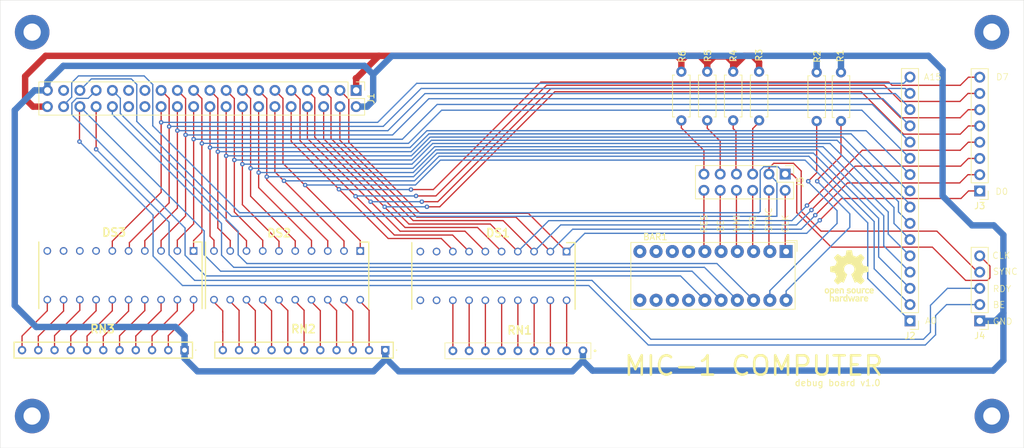
<source format=kicad_pcb>
(kicad_pcb (version 20240108) (generator "pcbnew") (generator_version "8.0")
  (layers (0 "F.Cu" signal) (31 "B.Cu" signal) (34 "B.Paste" user) (35 "F.Paste" user) (36 "B.SilkS" user "B.Silkscreen") (37 "F.SilkS" user "F.Silkscreen") (38 "B.Mask" user) (39 "F.Mask" user) (44 "Edge.Cuts" user))
  (net 0 "")
  (net 9 "/A14")
  (net 10 "/D0")
  (net 11 "/D5")
  (net 12 "CSIO5")
  (net 13 "CSIO3")
  (net 14 "/A0")
  (net 15 "VDD")
  (net 16 "RDY")
  (net 17 "/A3")
  (net 18 "/D7")
  (net 19 "BE")
  (net 20 "/A1")
  (net 21 "CSIO4")
  (net 22 "~{IRQ}")
  (net 23 "/D4")
  (net 24 "/A10")
  (net 25 "/A8")
  (net 26 "/A15")
  (net 27 "CSIO2")
  (net 28 "SYNC")
  (net 29 "/A6")
  (net 30 "/D3")
  (net 31 "/D1")
  (net 32 "CSIO1")
  (net 33 "/A11")
  (net 34 "/A2")
  (net 35 "/D6")
  (net 36 "~{NMI}")
  (net 37 "/A4")
  (net 38 "RESB")
  (net 39 "/A12")
  (net 40 "CLK")
  (net 41 "GND")
  (net 42 "/D2")
  (net 43 "/A7")
  (net 44 "/A5")
  (net 45 "/A13")
  (net 46 "/A9")
  (net 47 "Net-(DS1-CATHODE_A)")
  (net 48 "Net-(DS1-CATHODE_F)")
  (net 49 "Net-(DS1-CATHODE_E)")
  (net 50 "Net-(DS1-CATHODE_B)")
  (net 51 "Net-(DS1-CATHODE_C)")
  (net 52 "Net-(DS1-CATHODE_H)")
  (net 53 "Net-(DS1-CATHODE_G)")
  (net 54 "Net-(DS1-CATHODE_D)")
  (net 55 "Net-(DS2-CATHODE_A)")
  (net 56 "Net-(DS2-CATHODE_D)")
  (net 57 "Net-(DS2-CATHODE_J)")
  (net 58 "Net-(DS2-CATHODE_C)")
  (net 59 "Net-(DS2-CATHODE_G)")
  (net 60 "Net-(DS2-CATHODE_K)")
  (net 61 "Net-(DS2-CATHODE_B)")
  (net 62 "Net-(DS2-CATHODE_H)")
  (net 63 "Net-(DS2-CATHODE_F)")
  (net 64 "Net-(DS2-CATHODE_E)")
  (net 65 "Net-(DS3-CATHODE_E)")
  (net 66 "Net-(DS3-CATHODE_K)")
  (net 67 "Net-(DS3-CATHODE_G)")
  (net 68 "Net-(DS3-CATHODE_B)")
  (net 69 "Net-(DS3-CATHODE_J)")
  (net 70 "Net-(DS3-CATHODE_C)")
  (net 71 "Net-(DS3-CATHODE_H)")
  (net 72 "Net-(DS3-CATHODE_D)")
  (net 73 "Net-(DS3-CATHODE_A)")
  (net 74 "Net-(DS3-CATHODE_F)")
  (net 83 "Net-(J5-Pin_12)")
  (net 84 "Net-(J5-Pin_4)")
  (net 85 "Net-(J5-Pin_10)")
  (net 86 "Net-(J5-Pin_6)")
  (net 87 "Net-(BAR1-K-Pad20)")
  (net 88 "Net-(J5-Pin_8)")
  (net 89 "Net-(J5-Pin_2)")
  (net 90 "Net-(BAR1-K-Pad19)")
  (net 91 "Net-(J5-Pin_5)")
  (net 92 "Net-(J5-Pin_7)")
  (net 93 "Net-(J5-Pin_9)")
  (net 94 "Net-(J5-Pin_11)")
  (footprint "SamacSys_Parts:4611X101221LF" (layer "F.Cu") (at 67.72 90.7 180)
    (property "Reference" "RN3")
    (property "Value" "330" (hide yes))
  )
  (footprint "Connector_PinHeader_2.54mm:PinHeader_2x20_P2.54mm_Vertical" (layer "F.Cu") (at 94.54 50.1 -90)
    (property "Reference" "J1")
    (property "Value" "MBUS_8/16")
  )
  (footprint "Resistor_THT:R_Axial_DIN0207_L6.3mm_D2.5mm_P7.62mm_Horizontal" (layer "F.Cu") (at 149.4175 47.1725 -90)
    (property "Reference" "R5")
    (property "Value" "330")
  )
  (footprint "Connector_PinHeader_2.54mm:PinHeader_1x05_P2.54mm_Vertical" (layer "F.Cu") (at 192 86.12 180)
    (property "Reference" "J4")
    (property "Value" "Conn_01x05_Pin")
  )
  (footprint "Connector_PinHeader_2.54mm:PinHeader_1x16_P2.54mm_Vertical" (layer "F.Cu") (at 181.1 86.12 180)
    (property "Reference" "J2")
    (property "Value" "Conn_01x16_Pin")
  )
  (footprint "SamacSys_Parts:DIPS762W50P254L2527H825Q20N" (layer "F.Cu") (at 95.18 75.2 -90)
    (property "Reference" "DS2")
    (property "Value" "LTA-1000Y" (hide yes))
  )
  (footprint "Display:HDSP-4836" (layer "F.Cu") (at 161.74 75.28 -90)
    (property "Reference" "BAR1")
    (property "Value" "HDSP-4836_2")
  )
  (footprint "Resistor_THT:R_Axial_DIN0207_L6.3mm_D2.5mm_P7.62mm_Horizontal" (layer "F.Cu") (at 170.3175 54.8925 90)
    (property "Reference" "R1")
    (property "Value" "330")
  )
  (footprint "Resistor_THT:R_Axial_DIN0207_L6.3mm_D2.5mm_P7.62mm_Horizontal" (layer "F.Cu") (at 157.5175 47.1725 -90)
    (property "Reference" "R3")
    (property "Value" "330")
  )
  (footprint "Connector_PinHeader_2.54mm:PinHeader_1x08_P2.54mm_Vertical" (layer "F.Cu") (at 192 65.82 180)
    (property "Reference" "J3")
    (property "Value" "Conn_01x08_Pin")
  )
  (footprint "Resistor_THT:R_Axial_DIN0207_L6.3mm_D2.5mm_P7.62mm_Horizontal" (layer "F.Cu") (at 153.4675 47.1725 -90)
    (property "Reference" "R4")
    (property "Value" "330")
  )
  (footprint "SamacSys_Parts:4609X101102LF" (layer "F.Cu") (at 129.98 90.8 180)
    (property "Reference" "RN1")
    (property "Value" "330" (hide yes))
  )
  (footprint "SamacSys_Parts:4611X101221LF" (layer "F.Cu") (at 99.1 90.7 180)
    (property "Reference" "RN2")
    (property "Value" "330" (hide yes))
  )
  (footprint "MountingHole:MountingHole_2.7mm_M2.5_Pad_TopBottom" (layer "F.Cu") (at 193.9 41)
    (property "Reference" "hole1" (hide yes))
    (property "Value" "MountingHole_2.7mm_M2.5_Pad_TopBottom" (hide yes))
  )
  (footprint "Connector_PinHeader_2.54mm:PinHeader_2x06_P2.54mm_Vertical" (layer "F.Cu") (at 161.5975 63.1825 -90)
    (property "Reference" "J5")
    (property "Value" "Conn_02x06_Odd_Even")
  )
  (footprint "MountingHole:MountingHole_2.7mm_M2.5_Pad_TopBottom" (layer "F.Cu") (at 193.9 101)
    (property "Reference" "hole1" (hide yes))
    (property "Value" "MountingHole_2.7mm_M2.5_Pad_TopBottom" (hide yes))
  )
  (footprint "MountingHole:MountingHole_2.7mm_M2.5_Pad_TopBottom" (layer "F.Cu") (at 43.9 41)
    (property "Reference" "hole1" (hide yes))
    (property "Value" "MountingHole_2.7mm_M2.5_Pad_TopBottom" (hide yes))
  )
  (footprint "SamacSys_Parts:DIPS762W50P254L2527H825Q20N" (layer "F.Cu") (at 69.13 75.19 -90)
    (property "Reference" "DS3")
    (property "Value" "LTA-1000Y" (hide yes))
  )
  (footprint "Symbol:OSHW-Logo_7.5x8mm_SilkScreen" (layer "F.Cu") (at 171.6 79.1)
    (property "Reference" "REF**" (hide yes))
    (property "Value" "OSHW-Logo_7.5x8mm_SilkScreen" (hide yes))
  )
  (footprint "MountingHole:MountingHole_2.7mm_M2.5_Pad_TopBottom" (layer "F.Cu") (at 43.9 101)
    (property "Reference" "hole1" (hide yes))
    (property "Value" "MountingHole_2.7mm_M2.5_Pad_TopBottom" (hide yes))
  )
  (footprint "SamacSys_Parts:DIPS762W50P254L2527H825Q20N" (layer "F.Cu") (at 127.43 75.29 -90)
    (property "Reference" "DS1")
    (property "Value" "LTA-1000HR" (hide yes))
  )
  (footprint "Resistor_THT:R_Axial_DIN0207_L6.3mm_D2.5mm_P7.62mm_Horizontal" (layer "F.Cu") (at 166.5175 54.8925 90)
    (property "Reference" "R2")
    (property "Value" "330")
  )
  (footprint "Resistor_THT:R_Axial_DIN0207_L6.3mm_D2.5mm_P7.62mm_Horizontal" (layer "F.Cu") (at 145.3675 47.1725 -90)
    (property "Reference" "R6")
    (property "Value" "330")
  )
  (gr_rect (start 38.9 36) (end 198.9 106) (stroke (width 0.05)) (fill none) (layer "Edge.Cuts"))
  (gr_text "CLK" (at 193.9 76.5 0) (layer "F.SilkS") (effects (font (size 1 1) (thickness 0.1)) (justify left bottom)))
  (gr_text "IRQ" (at 157.1 72.3 90) (layer "F.SilkS") (effects (font (size 1 1) (thickness 0.1)) (justify left bottom)))
  (gr_text "SYNC" (at 159.6 72.3 90) (layer "F.SilkS") (effects (font (size 1 1) (thickness 0.1)) (justify left bottom)))
  (gr_text "D7\n" (at 194.5 48.6 0) (layer "F.SilkS") (effects (font (size 1 1) (thickness 0.1)) (justify left bottom)))
  (gr_text "RES" (at 149.5 72.4 90) (layer "F.SilkS") (effects (font (size 1 1) (thickness 0.1)) (justify left bottom)))
  (gr_text "A15" (at 183.2 48.6 0) (layer "F.SilkS") (effects (font (size 1 1) (thickness 0.1)) (justify left bottom)))
  (gr_text "CLK" (at 162.2 72.4 90) (layer "F.SilkS") (effects (font (size 1 1) (thickness 0.1)) (justify left bottom)))
  (gr_text "D0" (at 194.4 66.5 0) (layer "F.SilkS") (effects (font (size 1 1) (thickness 0.1)) (justify left bottom)))
  (gr_text "BE" (at 194 84.2 0) (layer "F.SilkS") (effects (font (size 1 1) (thickness 0.1)) (justify left bottom)))
  (gr_text "A0" (at 183.4 86.7 0) (layer "F.SilkS") (effects (font (size 1 1) (thickness 0.1)) (justify left bottom)))
  (gr_text "SYNC" (at 194 79 0) (layer "F.SilkS") (effects (font (size 1 1) (thickness 0.1)) (justify left bottom)))
  (gr_text "GND" (at 194 86.8 0) (layer "F.SilkS") (effects (font (size 1 1) (thickness 0.1)) (justify left bottom)))
  (gr_text "MIC-1 COMPUTER" (at 136.2 94.9 0) (layer "F.SilkS") (effects (font (size 3 3) (thickness 0.4)) (justify left bottom)))
  (gr_text "RDY" (at 194 81.7 0) (layer "F.SilkS") (effects (font (size 1 1) (thickness 0.1)) (justify left bottom)))
  (gr_text "debug board v1.0" (at 163 96.4 0) (layer "F.SilkS") (effects (font (size 1 1)) (justify left bottom)))
  (gr_text "BE" (at 152.1 72.3 90) (layer "F.SilkS") (effects (font (size 1 1) (thickness 0.1)) (justify left bottom)))
  (gr_text "NMI" (at 154.6 72.3 90) (layer "F.SilkS") (effects (font (size 1 1) (thickness 0.1)) (justify left bottom)))
  (segment (start 65.31 67.69) (end 59.1 73.9) (width 0.2) (layer "F.Cu") (net 9))
  (segment (start 65.31 55.75) (end 65.31 67.69) (width 0.2) (layer "F.Cu") (net 9))
  (segment (start 65.31 55.75) (end 65.31 51.35) (width 0.2) (layer "F.Cu") (net 9))
  (segment (start 59.1 75.06) (end 58.97 75.19) (width 0.2) (layer "F.Cu") (net 9))
  (segment (start 65.31 51.35) (end 64.06 50.1) (width 0.2) (layer "F.Cu") (net 9))
  (segment (start 59.1 73.9) (end 59.1 75.06) (width 0.2) (layer "F.Cu") (net 9))
  (via (at 65.31 55.75) (size 0.7) (drill 0.3) (layers "F.Cu" "B.Cu") (net 9))
  (segment (start 65.33 55.73) (end 98.77 55.73) (width 0.2) (layer "B.Cu") (net 9))
  (segment (start 65.31 55.75) (end 65.33 55.73) (width 0.2) (layer "B.Cu") (net 9))
  (segment (start 180.34 49.8) (end 181.1 50.56) (width 0.2) (layer "B.Cu") (net 9))
  (segment (start 104.7 49.8) (end 180.34 49.8) (width 0.2) (layer "B.Cu") (net 9))
  (segment (start 98.77 55.73) (end 104.7 49.8) (width 0.2) (layer "B.Cu") (net 9))
  (segment (start 93.39 58.19) (end 104.52 69.32) (width 0.2) (layer "F.Cu") (net 10))
  (segment (start 92 50.1) (end 93.39 51.49) (width 0.2) (layer "F.Cu") (net 10))
  (segment (start 121.46 69.32) (end 127.43 75.29) (width 0.2) (layer "F.Cu") (net 10))
  (segment (start 170.4 67) (end 167 70.4) (width 0.2) (layer "F.Cu") (net 10))
  (segment (start 192 65.82) (end 190.25 65.82) (width 0.2) (layer "F.Cu") (net 10))
  (segment (start 190.25 65.82) (end 189.07 67) (width 0.2) (layer "F.Cu") (net 10))
  (segment (start 93.39 51.49) (end 93.39 58.19) (width 0.2) (layer "F.Cu") (net 10))
  (segment (start 104.52 69.32) (end 121.46 69.32) (width 0.2) (layer "F.Cu") (net 10))
  (segment (start 189.07 67) (end 170.4 67) (width 0.2) (layer "F.Cu") (net 10))
  (via (at 167 70.4) (size 0.7) (drill 0.3) (layers "F.Cu" "B.Cu") (net 10))
  (segment (start 130.28 72.44) (end 127.43 75.29) (width 0.2) (layer "B.Cu") (net 10))
  (segment (start 167 70.4) (end 164.96 72.44) (width 0.2) (layer "B.Cu") (net 10))
  (segment (start 164.96 72.44) (end 130.28 72.44) (width 0.2) (layer "B.Cu") (net 10))
  (segment (start 111.55 72.11) (end 114.73 75.29) (width 0.2) (layer "F.Cu") (net 11))
  (segment (start 107.3 67.5) (end 124.98 49.82) (width 0.2) (layer "F.Cu") (net 11))
  (segment (start 175.05 49.82) (end 179.61 54.38) (width 0.2) (layer "F.Cu") (net 11))
  (segment (start 104.8 67.5) (end 107.3 67.5) (width 0.2) (layer "F.Cu") (net 11))
  (segment (start 190.21 53.12) (end 192 53.12) (width 0.2) (layer "F.Cu") (net 11))
  (segment (start 96.8 67.5) (end 101.41 72.11) (width 0.2) (layer "F.Cu") (net 11))
  (segment (start 179.61 54.38) (end 188.95 54.38) (width 0.2) (layer "F.Cu") (net 11))
  (segment (start 86.92 57.62) (end 86.92 52.64) (width 0.2) (layer "F.Cu") (net 11))
  (segment (start 124.98 49.82) (end 175.05 49.82) (width 0.2) (layer "F.Cu") (net 11))
  (segment (start 188.95 54.38) (end 190.21 53.12) (width 0.2) (layer "F.Cu") (net 11))
  (segment (start 101.41 72.11) (end 111.55 72.11) (width 0.2) (layer "F.Cu") (net 11))
  (segment (start 96.8 67.5) (end 86.92 57.62) (width 0.2) (layer "F.Cu") (net 11))
  (via (at 96.8 67.5) (size 0.7) (drill 0.3) (layers "F.Cu" "B.Cu") (net 11))
  (via (at 104.8 67.5) (size 0.7) (drill 0.3) (layers "F.Cu" "B.Cu") (net 11))
  (segment (start 96.8 67.5) (end 104.8 67.5) (width 0.2) (layer "B.Cu") (net 11))
  (segment (start 83.1 61.5) (end 83.1 51.36) (width 0.2) (layer "F.Cu") (net 14))
  (segment (start 95.18 73.58) (end 95.18 75.2) (width 0.2) (layer "F.Cu") (net 14))
  (segment (start 86.57 64.89) (end 86.49 64.89) (width 0.2) (layer "F.Cu") (net 14))
  (segment (start 86.49 64.89) (end 83.1 61.5) (width 0.2) (layer "F.Cu") (net 14))
  (segment (start 83.1 51.36) (end 81.84 50.1) (width 0.2) (layer "F.Cu") (net 14))
  (segment (start 86.57 64.89) (end 86.57 64.97) (width 0.2) (layer "F.Cu") (net 14))
  (segment (start 86.57 64.97) (end 95.18 73.58) (width 0.2) (layer "F.Cu") (net 14))
  (via (at 86.57 64.89) (size 0.7) (drill 0.3) (layers "F.Cu" "B.Cu") (net 14))
  (segment (start 86.57 64.89) (end 103.81 64.89) (width 0.2) (layer "B.Cu") (net 14))
  (segment (start 174.5 79.52) (end 181.1 86.12) (width 0.2) (layer "B.Cu") (net 14))
  (segment (start 174.5 70.8) (end 174.5 79.52) (width 0.2) (layer "B.Cu") (net 14))
  (segment (start 103.81 64.89) (end 107.7 61) (width 0.2) (layer "B.Cu") (net 14))
  (segment (start 107.7 61) (end 164.7 61) (width 0.2) (layer "B.Cu") (net 14))
  (segment (start 164.7 61) (end 174.5 70.8) (width 0.2) (layer "B.Cu") (net 14))
  (segment (start 148.235 44.7) (end 149.4175 45.8825) (width 1) (layer "F.Cu") (net 15))
  (segment (start 145.4 45.4) (end 145.3675 45.4325) (width 1) (layer "F.Cu") (net 15))
  (segment (start 153.4675 46.4325) (end 153.4675 47.1725) (width 1) (layer "F.Cu") (net 15))
  (segment (start 46.28 52.64) (end 44.04 52.64) (width 1) (layer "F.Cu") (net 15))
  (segment (start 44.04 52.64) (end 42.8 51.4) (width 1) (layer "F.Cu") (net 15))
  (segment (start 149.4175 47.1725) (end 149.4175 45.8825) (width 1) (layer "F.Cu") (net 15))
  (segment (start 155.2 44.7) (end 153.4675 46.4325) (width 1) (layer "F.Cu") (net 15))
  (segment (start 94.6 48.2) (end 98.1 44.7) (width 1) (layer "F.Cu") (net 15))
  (segment (start 157.5175 47.1725) (end 157.5175 45.7175) (width 1) (layer "F.Cu") (net 15))
  (segment (start 153.4675 45.7675) (end 153.4675 47.1725) (width 1) (layer "F.Cu") (net 15))
  (segment (start 42.8 47.9) (end 42.8 51.4) (width 1) (layer "F.Cu") (net 15))
  (segment (start 98.1 44.7) (end 144.7 44.7) (width 1) (layer "F.Cu") (net 15))
  (segment (start 46 44.7) (end 42.8 47.9) (width 1) (layer "F.Cu") (net 15))
  (segment (start 150.5 44.8) (end 152.5 44.8) (width 1) (layer "F.Cu") (net 15))
  (segment (start 94.54 48.24) (end 94.5 48.2) (width 1) (layer "F.Cu") (net 15))
  (segment (start 157.5175 45.7175) (end 156.5 44.7) (width 1) (layer "F.Cu") (net 15))
  (segment (start 156.5 44.7) (end 155.2 44.7) (width 1) (layer "F.Cu") (net 15))
  (segment (start 144.7 44.7) (end 145.4 45.4) (width 1) (layer "F.Cu") (net 15))
  (segment (start 98.1 44.7) (end 46 44.7) (width 1) (layer "F.Cu") (net 15))
  (segment (start 145.3675 45.4325) (end 146.1 44.7) (width 1) (layer "F.Cu") (net 15))
  (segment (start 145.3675 45.4325) (end 145.3675 47.1725) (width 1) (layer "F.Cu") (net 15))
  (segment (start 149.4175 45.8825) (end 150.5 44.8) (width 1) (layer "F.Cu") (net 15))
  (segment (start 152.5 44.8) (end 153.4675 45.7675) (width 1) (layer "F.Cu") (net 15))
  (segment (start 94.5 48.2) (end 94.6 48.2) (width 1) (layer "F.Cu") (net 15))
  (segment (start 94.54 50.1) (end 94.54 48.24) (width 1) (layer "F.Cu") (net 15))
  (segment (start 146.1 44.7) (end 148.235 44.7) (width 1) (layer "F.Cu") (net 15))
  (segment (start 53.9 59.3) (end 53.9 52.64) (width 0.2) (layer "F.Cu") (net 16))
  (via (at 53.9 59.3) (size 0.7) (drill 0.3) (layers "F.Cu" "B.Cu") (net 16))
  (segment (start 140.6 89) (end 183.2 89) (width 0.2) (layer "B.Cu") (net 16))
  (segment (start 186.96 81.04) (end 192 81.04) (width 0.2) (layer "B.Cu") (net 16))
  (segment (start 131.4 79.8) (end 140.6 89) (width 0.2) (layer "B.Cu") (net 16))
  (segment (start 65.3 75.8) (end 69.3 79.8) (width 0.2) (layer "B.Cu") (net 16))
  (segment (start 69.3 79.8) (end 131.4 79.8) (width 0.2) (layer "B.Cu") (net 16))
  (segment (start 184.3 87.9) (end 184.3 83.7) (width 0.2) (layer "B.Cu") (net 16))
  (segment (start 53.9 59.3) (end 65.3 70.7) (width 0.2) (layer "B.Cu") (net 16))
  (segment (start 184.3 83.7) (end 186.96 81.04) (width 0.2) (layer "B.Cu") (net 16))
  (segment (start 65.3 70.7) (end 65.3 75.8) (width 0.2) (layer "B.Cu") (net 16))
  (segment (start 183.2 89) (end 184.3 87.9) (width 0.2) (layer "B.Cu") (net 16))
  (segment (start 79.3 62.94) (end 79.3 65.3) (width 0.2) (layer "F.Cu") (net 17))
  (segment (start 79.3 65.3) (end 87.56 73.56) (width 0.2) (layer "F.Cu") (net 17))
  (segment (start 79.3 62.94) (end 79.3 52.64) (width 0.2) (layer "F.Cu") (net 17))
  (segment (start 87.56 73.56) (end 87.56 75.2) (width 0.2) (layer "F.Cu") (net 17))
  (via (at 79.3 62.94) (size 0.7) (drill 0.3) (layers "F.Cu" "B.Cu") (net 17))
  (segment (start 103.46 62.94) (end 107 59.4) (width 0.2) (layer "B.Cu") (net 17))
  (segment (start 79.3 62.94) (end 103.46 62.94) (width 0.2) (layer "B.Cu") (net 17))
  (segment (start 107 59.4) (end 166.7 59.4) (width 0.2) (layer "B.Cu") (net 17))
  (segment (start 177 69.7) (end 177 74.4) (width 0.2) (layer "B.Cu") (net 17))
  (segment (start 166.7 59.4) (end 177 69.7) (width 0.2) (layer "B.Cu") (net 17))
  (segment (start 177 74.4) (end 181.1 78.5) (width 0.2) (layer "B.Cu") (net 17))
  (segment (start 178.29 49.31) (end 188.97 49.31) (width 0.2) (layer "F.Cu") (net 18))
  (segment (start 103.1 65.6) (end 106.6 65.6) (width 0.2) (layer "F.Cu") (net 18))
  (segment (start 190.24 48.04) (end 192 48.04) (width 0.2) (layer "F.Cu") (net 18))
  (segment (start 99.55 73.25) (end 84.38 58.08) (width 0.2) (layer "F.Cu") (net 18))
  (segment (start 106.6 65.6) (end 123.4 48.8) (width 0.2) (layer "F.Cu") (net 18))
  (segment (start 123.4 48.8) (end 177.78 48.8) (width 0.2) (layer "F.Cu") (net 18))
  (segment (start 84.38 58.08) (end 84.38 52.64) (width 0.2) (layer "F.Cu") (net 18))
  (segment (start 177.78 48.8) (end 178.29 49.31) (width 0.2) (layer "F.Cu") (net 18))
  (segment (start 107.85 73.25) (end 99.55 73.25) (width 0.2) (layer "F.Cu") (net 18))
  (segment (start 188.97 49.31) (end 190.24 48.04) (width 0.2) (layer "F.Cu") (net 18))
  (segment (start 109.65 75.05) (end 107.85 73.25) (width 0.2) (layer "F.Cu") (net 18))
  (segment (start 109.65 75.29) (end 109.65 75.05) (width 0.2) (layer "F.Cu") (net 18))
  (via (at 91.85 65.55) (size 0.7) (drill 0.3) (layers "F.Cu" "B.Cu") (net 18))
  (via (at 103.1 65.6) (size 0.7) (drill 0.3) (layers "F.Cu" "B.Cu") (net 18))
  (segment (start 91.85 65.55) (end 91.9 65.6) (width 0.2) (layer "B.Cu") (net 18))
  (segment (start 91.9 65.6) (end 103.1 65.6) (width 0.2) (layer "B.Cu") (net 18))
  (segment (start 51.3 58.1) (end 51.3 52.7) (width 0.2) (layer "F.Cu") (net 19))
  (segment (start 51.3 52.7) (end 51.36 52.64) (width 0.2) (layer "F.Cu") (net 19))
  (via (at 51.3 58.1) (size 0.7) (drill 0.3) (layers "F.Cu" "B.Cu") (net 19))
  (segment (start 70.78 75.78) (end 70.78 72.06) (width 0.2) (layer "B.Cu") (net 19))
  (segment (start 67.4 80.6) (end 130.9 80.6) (width 0.2) (layer "B.Cu") (net 19))
  (segment (start 62.8 76) (end 67.4 80.6) (width 0.2) (layer "B.Cu") (net 19))
  (segment (start 183.5 89.9) (end 185.1 88.3) (width 0.2) (layer "B.Cu") (net 19))
  (segment (start 70.78 72.06) (end 51.36 52.64) (width 0.2) (layer "B.Cu") (net 19))
  (segment (start 185.1 85.3) (end 186.82 83.58) (width 0.2) (layer "B.Cu") (net 19))
  (segment (start 140.2 89.9) (end 183.5 89.9) (width 0.2) (layer "B.Cu") (net 19))
  (segment (start 151.58 82.9) (end 147.04 78.36) (width 0.2) (layer "B.Cu") (net 19))
  (segment (start 73.36 78.36) (end 70.78 75.78) (width 0.2) (layer "B.Cu") (net 19))
  (segment (start 130.9 80.6) (end 140.2 89.9) (width 0.2) (layer "B.Cu") (net 19))
  (segment (start 147.04 78.36) (end 73.36 78.36) (width 0.2) (layer "B.Cu") (net 19))
  (segment (start 186.82 83.58) (end 192 83.58) (width 0.2) (layer "B.Cu") (net 19))
  (segment (start 185.1 88.3) (end 185.1 85.3) (width 0.2) (layer "B.Cu") (net 19))
  (segment (start 62.8 69.6) (end 62.8 76) (width 0.2) (layer "B.Cu") (net 19))
  (segment (start 51.3 58.1) (end 62.8 69.6) (width 0.2) (layer "B.Cu") (net 19))
  (segment (start 92.64 75.2) (end 92.64 73.64) (width 0.2) (layer "F.Cu") (net 20))
  (segment (start 81.84 62.84) (end 81.84 52.64) (width 0.2) (layer "F.Cu") (net 20))
  (segment (start 92.64 73.64) (end 81.84 62.84) (width 0.2) (layer "F.Cu") (net 20))
  (via (at 83.26 64.24) (size 0.7) (drill 0.3) (layers "F.Cu" "B.Cu") (net 20))
  (segment (start 83.26 64.24) (end 103.66 64.24) (width 0.2) (layer "B.Cu") (net 20))
  (segment (start 107.5 60.4) (end 165.3 60.4) (width 0.2) (layer "B.Cu") (net 20))
  (segment (start 175.5 77.98) (end 181.1 83.58) (width 0.2) (layer "B.Cu") (net 20))
  (segment (start 175.5 70.6) (end 175.5 77.98) (width 0.2) (layer "B.Cu") (net 20))
  (segment (start 165.3 60.4) (end 175.5 70.6) (width 0.2) (layer "B.Cu") (net 20))
  (segment (start 103.66 64.24) (end 107.5 60.4) (width 0.2) (layer "B.Cu") (net 20))
  (segment (start 76.1 75.8) (end 76.1 72.13) (width 0.2) (layer "B.Cu") (net 22))
  (segment (start 57.68 53.71) (end 57.68 51.34) (width 0.2) (layer "B.Cu") (net 22))
  (segment (start 150.92 77.16) (end 77.46 77.16) (width 0.2) (layer "B.Cu") (net 22))
  (segment (start 156.66 82.9) (end 150.92 77.16) (width 0.2) (layer "B.Cu") (net 22))
  (segment (start 77.46 77.16) (end 76.1 75.8) (width 0.2) (layer "B.Cu") (net 22))
  (segment (start 76.1 72.13) (end 57.68 53.71) (width 0.2) (layer "B.Cu") (net 22))
  (segment (start 57.68 51.34) (end 56.44 50.1) (width 0.2) (layer "B.Cu") (net 22))
  (segment (start 86.92 50.1) (end 88.07 51.25) (width 0.2) (layer "F.Cu") (net 23))
  (segment (start 102.1825 71.53) (end 113.51 71.53) (width 0.2) (layer "F.Cu") (net 23))
  (segment (start 105.6 68.3) (end 107.6 68.3) (width 0.2) (layer "F.Cu") (net 23))
  (segment (start 190.24 55.66) (end 192 55.66) (width 0.2) (layer "F.Cu") (net 23))
  (segment (start 88.07 57.4175) (end 102.1825 71.53) (width 0.2) (layer "F.Cu") (net 23))
  (segment (start 113.51 71.53) (end 117.27 75.29) (width 0.2) (layer "F.Cu") (net 23))
  (segment (start 88.07 51.25) (end 88.07 57.4175) (width 0.2) (layer "F.Cu") (net 23))
  (segment (start 173.46 50.31) (end 180.09 56.94) (width 0.2) (layer "F.Cu") (net 23))
  (segment (start 188.96 56.94) (end 190.24 55.66) (width 0.2) (layer "F.Cu") (net 23))
  (segment (start 125.59 50.31) (end 173.46 50.31) (width 0.2) (layer "F.Cu") (net 23))
  (segment (start 180.09 56.94) (end 188.96 56.94) (width 0.2) (layer "F.Cu") (net 23))
  (segment (start 107.6 68.3) (end 125.59 50.31) (width 0.2) (layer "F.Cu") (net 23))
  (via (at 99 68.3) (size 0.7) (drill 0.3) (layers "F.Cu" "B.Cu") (net 23))
  (via (at 105.6 68.3) (size 0.7) (drill 0.3) (layers "F.Cu" "B.Cu") (net 23))
  (segment (start 99 68.3) (end 105.6 68.3) (width 0.2) (layer "B.Cu") (net 23))
  (segment (start 70.43 72.27) (end 69.13 73.57) (width 0.2) (layer "F.Cu") (net 24))
  (segment (start 70.43 58.39) (end 70.43 72.27) (width 0.2) (layer "F.Cu") (net 24))
  (segment (start 70.43 51.39) (end 69.14 50.1) (width 0.2) (layer "F.Cu") (net 24))
  (segment (start 69.13 73.57) (end 69.13 75.19) (width 0.2) (layer "F.Cu") (net 24))
  (segment (start 70.43 58.39) (end 70.43 51.39) (width 0.2) (layer "F.Cu") (net 24))
  (via (at 70.43 58.39) (size 0.7) (drill 0.3) (layers "F.Cu" "B.Cu") (net 24))
  (segment (start 107.9 53.2) (end 173.58 53.2) (width 0.2) (layer "B.Cu") (net 24))
  (segment (start 173.58 53.2) (end 181.1 60.72) (width 0.2) (layer "B.Cu") (net 24))
  (segment (start 70.43 58.39) (end 70.44 58.38) (width 0.2) (layer "B.Cu") (net 24))
  (segment (start 102.72 58.38) (end 107.9 53.2) (width 0.2) (layer "B.Cu") (net 24))
  (segment (start 70.44 58.38) (end 102.72 58.38) (width 0.2) (layer "B.Cu") (net 24))
  (segment (start 72.92 71.62) (end 74.86 73.56) (width 0.2) (layer "F.Cu") (net 25))
  (segment (start 72.92 59.68) (end 72.92 71.62) (width 0.2) (layer "F.Cu") (net 25))
  (segment (start 74.86 73.56) (end 74.86 75.2) (width 0.2) (layer "F.Cu") (net 25))
  (segment (start 72.92 59.68) (end 72.92 51.34) (width 0.2) (layer "F.Cu") (net 25))
  (segment (start 72.92 51.34) (end 71.68 50.1) (width 0.2) (layer "F.Cu") (net 25))
  (via (at 72.92 59.68) (size 0.7) (drill 0.3) (layers "F.Cu" "B.Cu") (net 25))
  (segment (start 105.9 56.9) (end 171.9 56.9) (width 0.2) (layer "B.Cu") (net 25))
  (segment (start 103.12 59.68) (end 105.9 56.9) (width 0.2) (layer "B.Cu") (net 25))
  (segment (start 180.8 65.8) (end 181.1 65.8) (width 0.2) (layer "B.Cu") (net 25))
  (segment (start 171.9 56.9) (end 180.8 65.8) (width 0.2) (layer "B.Cu") (net 25))
  (segment (start 72.92 59.68) (end 103.12 59.68) (width 0.2) (layer "B.Cu") (net 25))
  (segment (start 64.06 55.1) (end 64.06 66.04) (width 0.2) (layer "F.Cu") (net 26))
  (segment (start 64.06 55.1) (end 64.06 52.64) (width 0.2) (layer "F.Cu") (net 26))
  (segment (start 64.06 66.04) (end 56.43 73.67) (width 0.2) (layer "F.Cu") (net 26))
  (segment (start 56.43 73.67) (end 56.43 75.19) (width 0.2) (layer "F.Cu") (net 26))
  (via (at 64.06 55.1) (size 0.7) (drill 0.3) (layers "F.Cu" "B.Cu") (net 26))
  (segment (start 97.9 55.1) (end 104 49) (width 0.2) (layer "B.Cu") (net 26))
  (segment (start 64.06 55.1) (end 97.9 55.1) (width 0.2) (layer "B.Cu") (net 26))
  (segment (start 104 49) (end 180.12 49) (width 0.2) (layer "B.Cu") (net 26))
  (segment (start 180.12 49) (end 181.1 48.02) (width 0.2) (layer "B.Cu") (net 26))
  (segment (start 191.9 78.7) (end 185.3 72.1) (width 0.2) (layer "F.Cu") (net 28))
  (segment (start 164.1 69) (end 164.1 62.7) (width 0.2) (layer "F.Cu") (net 28))
  (segment (start 167.2 72.1) (end 164.1 69) (width 0.2) (layer "F.Cu") (net 28))
  (segment (start 164.1 62.7) (end 162.9 61.5) (width 0.2) (layer "F.Cu") (net 28))
  (segment (start 185.3 72.1) (end 167.2 72.1) (width 0.2) (layer "F.Cu") (net 28))
  (segment (start 159.0575 62.2425) (end 159.0575 63.1825) (width 0.2) (layer "F.Cu") (net 28))
  (segment (start 162.9 61.5) (end 159.8 61.5) (width 0.2) (layer "F.Cu") (net 28))
  (segment (start 159.8 61.5) (end 159.0575 62.2425) (width 0.2) (layer "F.Cu") (net 28))
  (segment (start 75.09 69.79) (end 60.25 54.95) (width 0.2) (layer "B.Cu") (net 28))
  (segment (start 160.3 69.79) (end 75.09 69.79) (width 0.2) (layer "B.Cu") (net 28))
  (segment (start 60.25 54.95) (end 60.25 49.16) (width 0.2) (layer "B.Cu") (net 28))
  (segment (start 59.4 48.31) (end 53.15 48.31) (width 0.2) (layer "B.Cu") (net 28))
  (segment (start 159.0575 63.1825) (end 160.3 64.425) (width 0.2) (layer "B.Cu") (net 28))
  (segment (start 60.25 49.16) (end 59.4 48.31) (width 0.2) (layer "B.Cu") (net 28))
  (segment (start 53.15 48.31) (end 51.36 50.1) (width 0.2) (layer "B.Cu") (net 28))
  (segment (start 160.3 64.425) (end 160.3 69.79) (width 0.2) (layer "B.Cu") (net 28))
  (segment (start 79.94 73.54) (end 79.94 75.2) (width 0.2) (layer "F.Cu") (net 29))
  (segment (start 75.5 60.98) (end 75.5 69.1) (width 0.2) (layer "F.Cu") (net 29))
  (segment (start 75.5 60.98) (end 75.5 51.38) (width 0.2) (layer "F.Cu") (net 29))
  (segment (start 75.5 69.1) (end 79.94 73.54) (width 0.2) (layer "F.Cu") (net 29))
  (segment (start 75.5 51.38) (end 74.22 50.1) (width 0.2) (layer "F.Cu") (net 29))
  (via (at 75.5 60.98) (size 0.7) (drill 0.3) (layers "F.Cu" "B.Cu") (net 29))
  (segment (start 181.08 70.88) (end 181.1 70.88) (width 0.2) (layer "B.Cu") (net 29))
  (segment (start 179.3 67.5) (end 179.3 69.1) (width 0.2) (layer "B.Cu") (net 29))
  (segment (start 75.5 60.98) (end 103.22 60.98) (width 0.2) (layer "B.Cu") (net 29))
  (segment (start 169.7 57.9) (end 179.3 67.5) (width 0.2) (layer "B.Cu") (net 29))
  (segment (start 179.3 69.1) (end 181.08 70.88) (width 0.2) (layer "B.Cu") (net 29))
  (segment (start 106.3 57.9) (end 169.7 57.9) (width 0.2) (layer "B.Cu") (net 29))
  (segment (start 103.22 60.98) (end 106.3 57.9) (width 0.2) (layer "B.Cu") (net 29))
  (segment (start 102.79 70.99) (end 115.51 70.99) (width 0.2) (layer "F.Cu") (net 30))
  (segment (start 115.51 70.99) (end 119.81 75.29) (width 0.2) (layer "F.Cu") (net 30))
  (segment (start 89.46 52.64) (end 89.46 57.66) (width 0.2) (layer "F.Cu") (net 30))
  (segment (start 188.96 59.46) (end 173.64 59.46) (width 0.2) (layer "F.Cu") (net 30))
  (segment (start 192 58.2) (end 190.22 58.2) (width 0.2) (layer "F.Cu") (net 30))
  (segment (start 173.64 59.46) (end 165 68.1) (width 0.2) (layer "F.Cu") (net 30))
  (segment (start 89.46 57.66) (end 102.79 70.99) (width 0.2) (layer "F.Cu") (net 30))
  (segment (start 190.22 58.2) (end 188.96 59.46) (width 0.2) (layer "F.Cu") (net 30))
  (via (at 165 68.1) (size 0.7) (drill 0.3) (layers "F.Cu" "B.Cu") (net 30))
  (segment (start 165 68.1) (end 162.64 70.46) (width 0.2) (layer "B.Cu") (net 30))
  (segment (start 162.64 70.46) (end 124.64 70.46) (width 0.2) (layer "B.Cu") (net 30))
  (segment (start 124.64 70.46) (end 119.81 75.29) (width 0.2) (layer "B.Cu") (net 30))
  (segment (start 104.02 69.92) (end 119.52 69.92) (width 0.2) (layer "F.Cu") (net 31))
  (segment (start 171.33 64.57) (end 166.3 69.6) (width 0.2) (layer "F.Cu") (net 31))
  (segment (start 119.52 69.92) (end 124.89 75.29) (width 0.2) (layer "F.Cu") (net 31))
  (segment (start 188.87 64.57) (end 171.33 64.57) (width 0.2) (layer "F.Cu") (net 31))
  (segment (start 92 52.64) (end 92 57.9) (width 0.2) (layer "F.Cu") (net 31))
  (segment (start 192 63.28) (end 190.16 63.28) (width 0.2) (layer "F.Cu") (net 31))
  (segment (start 92 57.9) (end 104.02 69.92) (width 0.2) (layer "F.Cu") (net 31))
  (segment (start 190.16 63.28) (end 188.87 64.57) (width 0.2) (layer "F.Cu") (net 31))
  (via (at 166.3 69.6) (size 0.7) (drill 0.3) (layers "F.Cu" "B.Cu") (net 31))
  (segment (start 166.3 69.6) (end 164.1 71.8) (width 0.2) (layer "B.Cu") (net 31))
  (segment (start 164.1 71.8) (end 128.38 71.8) (width 0.2) (layer "B.Cu") (net 31))
  (segment (start 128.38 71.8) (end 124.89 75.29) (width 0.2) (layer "B.Cu") (net 31))
  (segment (start 66.59 73.51) (end 66.59 75.19) (width 0.2) (layer "F.Cu") (net 33))
  (segment (start 69.14 57.72) (end 69.14 70.96) (width 0.2) (layer "F.Cu") (net 33))
  (segment (start 69.14 57.72) (end 69.14 52.64) (width 0.2) (layer "F.Cu") (net 33))
  (segment (start 69.14 70.96) (end 66.59 73.51) (width 0.2) (layer "F.Cu") (net 33))
  (via (at 69.14 57.72) (size 0.7) (drill 0.3) (layers "F.Cu" "B.Cu") (net 33))
  (segment (start 101.76 57.74) (end 107.2 52.3) (width 0.2) (layer "B.Cu") (net 33))
  (segment (start 69.16 57.74) (end 101.76 57.74) (width 0.2) (layer "B.Cu") (net 33))
  (segment (start 69.14 57.72) (end 69.16 57.74) (width 0.2) (layer "B.Cu") (net 33))
  (segment (start 175.22 52.3) (end 181.1 58.18) (width 0.2) (layer "B.Cu") (net 33))
  (segment (start 107.2 52.3) (end 175.22 52.3) (width 0.2) (layer "B.Cu") (net 33))
  (segment (start 80.57 63.59) (end 80.57 51.37) (width 0.2) (layer "F.Cu") (net 34))
  (segment (start 80.57 63.59) (end 80.57 64.07) (width 0.2) (layer "F.Cu") (net 34))
  (segment (start 80.57 51.37) (end 79.3 50.1) (width 0.2) (layer "F.Cu") (net 34))
  (segment (start 90.1 73.6) (end 90.1 75.2) (width 0.2) (layer "F.Cu") (net 34))
  (segment (start 80.57 64.07) (end 90.1 73.6) (width 0.2) (layer "F.Cu") (net 34))
  (via (at 80.57 63.59) (size 0.7) (drill 0.3) (layers "F.Cu" "B.Cu") (net 34))
  (segment (start 107.2 59.9) (end 166 59.9) (width 0.2) (layer "B.Cu") (net 34))
  (segment (start 176.2 70.1) (end 176.2 76.14) (width 0.2) (layer "B.Cu") (net 34))
  (segment (start 176.2 76.14) (end 181.1 81.04) (width 0.2) (layer "B.Cu") (net 34))
  (segment (start 103.51 63.59) (end 107.2 59.9) (width 0.2) (layer "B.Cu") (net 34))
  (segment (start 80.57 63.59) (end 103.51 63.59) (width 0.2) (layer "B.Cu") (net 34))
  (segment (start 166 59.9) (end 176.2 70.1) (width 0.2) (layer "B.Cu") (net 34))
  (segment (start 85.77 51.49) (end 84.38 50.1) (width 0.2) (layer "F.Cu") (net 35))
  (segment (start 85.77 57.97) (end 85.77 51.49) (width 0.2) (layer "F.Cu") (net 35))
  (segment (start 190.17 50.58) (end 192 50.58) (width 0.2) (layer "F.Cu") (net 35))
  (segment (start 124.3 49.3) (end 177.1 49.3) (width 0.2) (layer "F.Cu") (net 35))
  (segment (start 179.63 51.83) (end 188.92 51.83) (width 0.2) (layer "F.Cu") (net 35))
  (segment (start 100.51 72.71) (end 109.61 72.71) (width 0.2) (layer "F.Cu") (net 35))
  (segment (start 109.61 72.71) (end 112.19 75.29) (width 0.2) (layer "F.Cu") (net 35))
  (segment (start 177.1 49.3) (end 179.63 51.83) (width 0.2) (layer "F.Cu") (net 35))
  (segment (start 188.92 51.83) (end 190.17 50.58) (width 0.2) (layer "F.Cu") (net 35))
  (segment (start 94.45 66.65) (end 85.77 57.97) (width 0.2) (layer "F.Cu") (net 35))
  (segment (start 94.45 66.65) (end 100.51 72.71) (width 0.2) (layer "F.Cu") (net 35))
  (segment (start 107 66.6) (end 124.3 49.3) (width 0.2) (layer "F.Cu") (net 35))
  (segment (start 103.9 66.6) (end 107 66.6) (width 0.2) (layer "F.Cu") (net 35))
  (via (at 103.9 66.6) (size 0.7) (drill 0.3) (layers "F.Cu" "B.Cu") (net 35))
  (via (at 94.45 66.65) (size 0.7) (drill 0.3) (layers "F.Cu" "B.Cu") (net 35))
  (segment (start 94.5 66.6) (end 103.9 66.6) (width 0.2) (layer "B.Cu") (net 35))
  (segment (start 94.45 66.65) (end 94.5 66.6) (width 0.2) (layer "B.Cu") (net 35))
  (segment (start 75.407207 77.76) (end 73.5 75.852793) (width 0.2) (layer "B.Cu") (net 36))
  (segment (start 56.44 53.842081) (end 56.44 52.64) (width 0.2) (layer "B.Cu") (net 36))
  (segment (start 73.5 75.852793) (end 73.5 70.902081) (width 0.2) (layer "B.Cu") (net 36))
  (segment (start 73.5 70.902081) (end 56.44 53.842081) (width 0.2) (layer "B.Cu") (net 36))
  (segment (start 148.98 77.76) (end 75.407207 77.76) (width 0.2) (layer "B.Cu") (net 36))
  (segment (start 154.12 82.9) (end 148.98 77.76) (width 0.2) (layer "B.Cu") (net 36))
  (segment (start 85.02 73.62) (end 85.02 75.2) (width 0.2) (layer "F.Cu") (net 37))
  (segment (start 78.04 62.28) (end 78.04 66.64) (width 0.2) (layer "F.Cu") (net 37))
  (segment (start 78.04 62.28) (end 78.04 51.38) (width 0.2) (layer "F.Cu") (net 37))
  (segment (start 78.04 66.64) (end 85.02 73.62) (width 0.2) (layer "F.Cu") (net 37))
  (segment (start 78.04 51.38) (end 76.76 50.1) (width 0.2) (layer "F.Cu") (net 37))
  (via (at 78.04 62.28) (size 0.7) (drill 0.3) (layers "F.Cu" "B.Cu") (net 37))
  (segment (start 106.8 58.9) (end 167.5 58.9) (width 0.2) (layer "B.Cu") (net 37))
  (segment (start 177.7 72.56) (end 181.1 75.96) (width 0.2) (layer "B.Cu") (net 37))
  (segment (start 78.04 62.28) (end 78.05 62.29) (width 0.2) (layer "B.Cu") (net 37))
  (segment (start 103.41 62.29) (end 106.8 58.9) (width 0.2) (layer "B.Cu") (net 37))
  (segment (start 167.5 58.9) (end 177.7 69.1) (width 0.2) (layer "B.Cu") (net 37))
  (segment (start 78.05 62.29) (end 103.41 62.29) (width 0.2) (layer "B.Cu") (net 37))
  (segment (start 177.7 69.1) (end 177.7 72.56) (width 0.2) (layer "B.Cu") (net 37))
  (segment (start 145.24 79.1) (end 71.027207 79.1) (width 0.2) (layer "B.Cu") (net 38))
  (segment (start 67.8 71.61) (end 50.11 53.92) (width 0.2) (layer "B.Cu") (net 38))
  (segment (start 50.11 53.92) (end 50.11 52.08) (width 0.2) (layer "B.Cu") (net 38))
  (segment (start 149.04 82.9) (end 145.24 79.1) (width 0.2) (layer "B.Cu") (net 38))
  (segment (start 52.65 51.35) (end 53.9 50.1) (width 0.2) (layer "B.Cu") (net 38))
  (segment (start 50.84 51.35) (end 52.65 51.35) (width 0.2) (layer "B.Cu") (net 38))
  (segment (start 71.027207 79.1) (end 67.8 75.872793) (width 0.2) (layer "B.Cu") (net 38))
  (segment (start 50.11 52.08) (end 50.84 51.35) (width 0.2) (layer "B.Cu") (net 38))
  (segment (start 67.8 75.872793) (end 67.8 71.61) (width 0.2) (layer "B.Cu") (net 38))
  (segment (start 64.05 73.55) (end 64.05 75.19) (width 0.2) (layer "F.Cu") (net 39))
  (segment (start 67.88 57.05) (end 67.88 51.38) (width 0.2) (layer "F.Cu") (net 39))
  (segment (start 67.88 51.38) (end 66.6 50.1) (width 0.2) (layer "F.Cu") (net 39))
  (segment (start 67.88 69.72) (end 64.05 73.55) (width 0.2) (layer "F.Cu") (net 39))
  (segment (start 67.88 57.05) (end 67.88 69.72) (width 0.2) (layer "F.Cu") (net 39))
  (via (at 67.88 57.05) (size 0.7) (drill 0.3) (layers "F.Cu" "B.Cu") (net 39))
  (segment (start 67.88 57.05) (end 67.9 57.07) (width 0.2) (layer "B.Cu") (net 39))
  (segment (start 100.23 57.07) (end 105.9 51.4) (width 0.2) (layer "B.Cu") (net 39))
  (segment (start 105.9 51.4) (end 176.86 51.4) (width 0.2) (layer "B.Cu") (net 39))
  (segment (start 176.86 51.4) (end 181.1 55.64) (width 0.2) (layer "B.Cu") (net 39))
  (segment (start 67.9 57.07) (end 100.23 57.07) (width 0.2) (layer "B.Cu") (net 39))
  (segment (start 193.2 79.8) (end 189.8 79.8) (width 0.2) (layer "F.Cu") (net 40))
  (segment (start 163.4 69.2) (end 163.4 63.9) (width 0.2) (layer "F.Cu") (net 40))
  (segment (start 193.6 77.56) (end 193.6 79.4) (width 0.2) (layer "F.Cu") (net 40))
  (segment (start 184.6 74.6) (end 168.8 74.6) (width 0.2) (layer "F.Cu") (net 40))
  (segment (start 162.6825 63.1825) (end 161.5975 63.1825) (width 0.2) (layer "F.Cu") (net 40))
  (segment (start 193.6 79.4) (end 193.2 79.8) (width 0.2) (layer "F.Cu") (net 40))
  (segment (start 189.8 79.8) (end 184.6 74.6) (width 0.2) (layer "F.Cu") (net 40))
  (segment (start 192 75.96) (end 193.6 77.56) (width 0.2) (layer "F.Cu") (net 40))
  (segment (start 163.4 63.9) (end 162.6825 63.1825) (width 0.2) (layer "F.Cu") (net 40))
  (segment (start 168.8 74.6) (end 163.4 69.2) (width 0.2) (layer "F.Cu") (net 40))
  (segment (start 161.5975 63.1825) (end 160.4475 62.0325) (width 0.2) (layer "B.Cu") (net 40))
  (segment (start 62.75 55.638529) (end 62.75 49.18) (width 0.2) (layer "B.Cu") (net 40))
  (segment (start 62.75 49.18) (end 61.41 47.84) (width 0.2) (layer "B.Cu") (net 40))
  (segment (start 157.489265 69.220735) (end 76.332206 69.220735) (width 0.2) (layer "B.Cu") (net 40))
  (segment (start 61.41 47.84) (end 51.14 47.84) (width 0.2) (layer "B.Cu") (net 40))
  (segment (start 158.2475 62.0325) (end 157.69 62.59) (width 0.2) (layer "B.Cu") (net 40))
  (segment (start 160.4475 62.0325) (end 158.2475 62.0325) (width 0.2) (layer "B.Cu") (net 40))
  (segment (start 76.332206 69.220735) (end 62.75 55.638529) (width 0.2) (layer "B.Cu") (net 40))
  (segment (start 51.14 47.84) (end 50.08 48.9) (width 0.2) (layer "B.Cu") (net 40))
  (segment (start 48.82 52.41) (end 48.82 52.64) (width 0.2) (layer "B.Cu") (net 40))
  (segment (start 157.69 62.59) (end 157.69 69.02) (width 0.2) (layer "B.Cu") (net 40))
  (segment (start 50.08 51.15) (end 48.82 52.41) (width 0.2) (layer "B.Cu") (net 40))
  (segment (start 157.69 69.02) (end 157.489265 69.220735) (width 0.2) (layer "B.Cu") (net 40))
  (segment (start 50.08 48.9) (end 50.08 51.15) (width 0.2) (layer "B.Cu") (net 40))
  (segment (start 169.4 44.7) (end 184 44.7) (width 1) (layer "B.Cu") (net 41))
  (segment (start 99.1 92.17) (end 99.1 90.7) (width 1) (layer "B.Cu") (net 41))
  (segment (start 184 44.7) (end 186.2 46.9) (width 1) (layer "B.Cu") (net 41))
  (segment (start 186.2 66.6) (end 190.8 71.2) (width 1) (layer "B.Cu") (net 41))
  (segment (start 195.7 92.3) (end 195.7 84.9) (width 1) (layer "B.Cu") (net 41))
  (segment (start 131.5 93.9) (end 194.1 93.9) (width 1) (layer "B.Cu") (net 41))
  (segment (start 194.1 93.9) (end 195.7 92.3) (width 1) (layer "B.Cu") (net 41))
  (segment (start 166.5175 47.2725) (end 166.5175 44.7175) (width 1) (layer "B.Cu") (net 41))
  (segment (start 129.98 92.38) (end 131.5 93.9) (width 1) (layer "B.Cu") (net 41))
  (segment (start 195.7 84.9) (end 194.48 86.12) (width 1) (layer "B.Cu") (net 41))
  (segment (start 101.21 94.01) (end 128.33 94.01) (width 1) (layer "B.Cu") (net 41))
  (segment (start 97.2 51.69) (end 96.25 52.64) (width 1) (layer "B.Cu") (net 41))
  (segment (start 66.33 87.08) (end 44.54 87.08) (width 1) (layer "B.Cu") (net 41))
  (segment (start 46.28 50.1) (end 46.28 48.76) (width 1) (layer "B.Cu") (net 41))
  (segment (start 99.1 90.7) (end 99.1 91.9) (width 1) (layer "B.Cu") (net 41))
  (segment (start 129.98 92.36) (end 129.98 92.38) (width 1) (layer "B.Cu") (net 41))
  (segment (start 48.77 46.27) (end 95.85 46.27) (width 1) (layer "B.Cu") (net 41))
  (segment (start 41.18 53.2) (end 44.28 50.1) (width 1) (layer "B.Cu") (net 41))
  (segment (start 100.12 44.7) (end 97.2 47.62) (width 1) (layer "B.Cu") (net 41))
  (segment (start 190.8 71.2) (end 194.2 71.2) (width 1) (layer "B.Cu") (net 41))
  (segment (start 67.72 90.7) (end 67.72 88.47) (width 1) (layer "B.Cu") (net 41))
  (segment (start 44.28 50.1) (end 46.28 50.1) (width 1) (layer "B.Cu") (net 41))
  (segment (start 67.72 90.7) (end 67.72 91.99) (width 1) (layer "B.Cu") (net 41))
  (segment (start 129.98 92.36) (end 129.98 90.8) (width 1) (layer "B.Cu") (net 41))
  (segment (start 166.5 44.7) (end 100.12 44.7) (width 1) (layer "B.Cu") (net 41))
  (segment (start 41.18 83.72) (end 41.18 53.2) (width 1) (layer "B.Cu") (net 41))
  (segment (start 195.7 72.7) (end 195.7 84.9) (width 1) (layer "B.Cu") (net 41))
  (segment (start 44.54 87.08) (end 41.18 83.72) (width 1) (layer "B.Cu") (net 41))
  (segment (start 194.48 86.12) (end 192 86.12) (width 1) (layer "B.Cu") (net 41))
  (segment (start 170 44.7) (end 169.4 44.7) (width 1) (layer "B.Cu") (net 41))
  (segment (start 67.72 91.99) (end 69.74 94.01) (width 1) (layer "B.Cu") (net 41))
  (segment (start 46.28 48.76) (end 48.77 46.27) (width 1) (layer "B.Cu") (net 41))
  (segment (start 170.3175 47.2725) (end 170.3175 45.0175) (width 1) (layer "B.Cu") (net 41))
  (segment (start 128.33 94.01) (end 129.98 92.36) (width 1) (layer "B.Cu") (net 41))
  (segment (start 194.2 71.2) (end 195.7 72.7) (width 1) (layer "B.Cu") (net 41))
  (segment (start 97.2 47.62) (end 97.2 51.69) (width 1) (layer "B.Cu") (net 41))
  (segment (start 170.3175 45.0175) (end 170 44.7) (width 1) (layer "B.Cu") (net 41))
  (segment (start 99.1 91.9) (end 101.21 94.01) (width 1) (layer "B.Cu") (net 41))
  (segment (start 69.74 94.01) (end 97.26 94.01) (width 1) (layer "B.Cu") (net 41))
  (segment (start 67.72 88.47) (end 66.33 87.08) (width 1) (layer "B.Cu") (net 41))
  (segment (start 96.25 52.64) (end 94.54 52.64) (width 1) (layer "B.Cu") (net 41))
  (segment (start 169.4 44.7) (end 166.5 44.7) (width 1) (layer "B.Cu") (net 41))
  (segment (start 166.5175 44.7175) (end 166.5 44.7) (width 1) (layer "B.Cu") (net 41))
  (segment (start 186.2 46.9) (end 186.2 66.6) (width 1) (layer "B.Cu") (net 41))
  (segment (start 95.85 46.27) (end 97.2 47.62) (width 1) (layer "B.Cu") (net 41))
  (segment (start 97.26 94.01) (end 99.1 92.17) (width 1) (layer "B.Cu") (net 41))
  (segment (start 190.22 60.74) (end 189.02 61.94) (width 0.2) (layer "F.Cu") (net 42))
  (segment (start 165.7 68.77) (end 165.7 68.8) (width 0.2) (layer "F.Cu") (net 42))
  (segment (start 189.02 61.94) (end 172.53 61.94) (width 0.2) (layer "F.Cu") (net 42))
  (segment (start 192 60.74) (end 190.22 60.74) (width 0.2) (layer "F.Cu") (net 42))
  (segment (start 90.61 57.61) (end 103.45 70.45) (width 0.2) (layer "F.Cu") (net 42))
  (segment (start 117.51 70.45) (end 122.35 75.29) (width 0.2) (layer "F.Cu") (net 42))
  (segment (start 90.61 51.25) (end 90.61 57.61) (width 0.2) (layer "F.Cu") (net 42))
  (segment (start 103.45 70.45) (end 117.51 70.45) (width 0.2) (layer "F.Cu") (net 42))
  (segment (start 89.46 50.1) (end 90.61 51.25) (width 0.2) (layer "F.Cu") (net 42))
  (segment (start 172.53 61.94) (end 165.7 68.77) (width 0.2) (layer "F.Cu") (net 42))
  (via (at 165.7 68.8) (size 0.7) (drill 0.3) (layers "F.Cu" "B.Cu") (net 42))
  (segment (start 126.51 71.13) (end 122.35 75.29) (width 0.2) (layer "B.Cu") (net 42))
  (segment (start 163.37 71.13) (end 126.51 71.13) (width 0.2) (layer "B.Cu") (net 42))
  (segment (start 165.7 68.8) (end 163.37 71.13) (width 0.2) (layer "B.Cu") (net 42))
  (segment (start 74.22 60.33) (end 74.22 70.42) (width 0.2) (layer "F.Cu") (net 43))
  (segment (start 74.22 70.42) (end 77.4 73.6) (width 0.2) (layer "F.Cu") (net 43))
  (segment (start 74.22 60.33) (end 74.22 52.64) (width 0.2) (layer "F.Cu") (net 43))
  (segment (start 77.4 73.6) (end 77.4 75.2) (width 0.2) (layer "F.Cu") (net 43))
  (via (at 74.22 60.33) (size 0.7) (drill 0.3) (layers "F.Cu" "B.Cu") (net 43))
  (segment (start 181.1 67.9) (end 181.1 68.34) (width 0.2) (layer "B.Cu") (net 43))
  (segment (start 74.22 60.33) (end 103.17 60.33) (width 0.2) (layer "B.Cu") (net 43))
  (segment (start 106.1 57.4) (end 170.6 57.4) (width 0.2) (layer "B.Cu") (net 43))
  (segment (start 170.6 57.4) (end 181.1 67.9) (width 0.2) (layer "B.Cu") (net 43))
  (segment (start 103.17 60.33) (end 106.1 57.4) (width 0.2) (layer "B.Cu") (net 43))
  (segment (start 76.76 67.96) (end 76.76 52.64) (width 0.2) (layer "F.Cu") (net 44))
  (segment (start 82.48 73.68) (end 76.76 67.96) (width 0.2) (layer "F.Cu") (net 44))
  (segment (start 82.48 75.2) (end 82.48 73.68) (width 0.2) (layer "F.Cu") (net 44))
  (via (at 76.76 61.63) (size 0.7) (drill 0.3) (layers "F.Cu" "B.Cu") (net 44))
  (segment (start 178.6 70.9) (end 181.1 73.4) (width 0.2) (layer "B.Cu") (net 44))
  (segment (start 106.5 58.4) (end 168.6 58.4) (width 0.2) (layer "B.Cu") (net 44))
  (segment (start 178.6 68.4) (end 178.6 70.9) (width 0.2) (layer "B.Cu") (net 44))
  (segment (start 181.1 73.4) (end 181.1 73.42) (width 0.2) (layer "B.Cu") (net 44))
  (segment (start 168.6 58.4) (end 178.6 68.4) (width 0.2) (layer "B.Cu") (net 44))
  (segment (start 76.76 61.63) (end 103.27 61.63) (width 0.2) (layer "B.Cu") (net 44))
  (segment (start 103.27 61.63) (end 106.5 58.4) (width 0.2) (layer "B.Cu") (net 44))
  (segment (start 66.6 68.5) (end 61.51 73.59) (width 0.2) (layer "F.Cu") (net 45))
  (segment (start 66.6 56.38) (end 66.6 68.5) (width 0.2) (layer "F.Cu") (net 45))
  (segment (start 61.51 73.59) (end 61.51 75.19) (width 0.2) (layer "F.Cu") (net 45))
  (segment (start 66.6 56.38) (end 66.6 52.64) (width 0.2) (layer "F.Cu") (net 45))
  (via (at 66.6 56.38) (size 0.7) (drill 0.3) (layers "F.Cu" "B.Cu") (net 45))
  (segment (start 66.6 56.38) (end 66.62 56.4) (width 0.2) (layer "B.Cu") (net 45))
  (segment (start 66.62 56.4) (end 99.5 56.4) (width 0.2) (layer "B.Cu") (net 45))
  (segment (start 178.805685 50.6) (end 181.1 52.894315) (width 0.2) (layer "B.Cu") (net 45))
  (segment (start 181.1 52.894315) (end 181.1 53.1) (width 0.2) (layer "B.Cu") (net 45))
  (segment (start 99.5 56.4) (end 105.3 50.6) (width 0.2) (layer "B.Cu") (net 45))
  (segment (start 105.3 50.6) (end 178.805685 50.6) (width 0.2) (layer "B.Cu") (net 45))
  (segment (start 71.7 59.03) (end 71.7 52.66) (width 0.2) (layer "F.Cu") (net 46))
  (segment (start 72.32 73.52) (end 72.32 75.2) (width 0.2) (layer "F.Cu") (net 46))
  (segment (start 71.7 59.03) (end 71.7 72.9) (width 0.2) (layer "F.Cu") (net 46))
  (segment (start 71.7 52.66) (end 71.68 52.64) (width 0.2) (layer "F.Cu") (net 46))
  (segment (start 71.7 72.9) (end 72.32 73.52) (width 0.2) (layer "F.Cu") (net 46))
  (via (at 71.7 59.03) (size 0.7) (drill 0.3) (layers "F.Cu" "B.Cu") (net 46))
  (segment (start 105.6 56.4) (end 174.24 56.4) (width 0.2) (layer "B.Cu") (net 46))
  (segment (start 174.24 56.4) (end 181.1 63.26) (width 0.2) (layer "B.Cu") (net 46))
  (segment (start 71.7 59.03) (end 102.97 59.03) (width 0.2) (layer "B.Cu") (net 46))
  (segment (start 102.97 59.03) (end 105.6 56.4) (width 0.2) (layer "B.Cu") (net 46))
  (segment (start 127.44 82.92) (end 127.43 82.91) (width 0.2) (layer "F.Cu") (net 47))
  (segment (start 127.44 90.8) (end 127.44 82.92) (width 0.2) (layer "F.Cu") (net 47))
  (segment (start 114.74 82.92) (end 114.73 82.91) (width 0.2) (layer "F.Cu") (net 48))
  (segment (start 114.74 90.8) (end 114.74 82.92) (width 0.2) (layer "F.Cu") (net 48))
  (segment (start 117.28 90.8) (end 117.28 82.92) (width 0.2) (layer "F.Cu") (net 49))
  (segment (start 117.28 82.92) (end 117.27 82.91) (width 0.2) (layer "F.Cu") (net 49))
  (segment (start 124.9 82.92) (end 124.89 82.91) (width 0.2) (layer "F.Cu") (net 50))
  (segment (start 124.9 90.8) (end 124.9 82.92) (width 0.2) (layer "F.Cu") (net 50))
  (segment (start 122.36 82.92) (end 122.35 82.91) (width 0.2) (layer "F.Cu") (net 51))
  (segment (start 122.36 90.8) (end 122.36 82.92) (width 0.2) (layer "F.Cu") (net 51))
  (segment (start 109.66 90.8) (end 109.66 82.92) (width 0.2) (layer "F.Cu") (net 52))
  (segment (start 109.66 82.92) (end 109.65 82.91) (width 0.2) (layer "F.Cu") (net 52))
  (segment (start 112.2 90.8) (end 112.2 82.92) (width 0.2) (layer "F.Cu") (net 53))
  (segment (start 112.2 82.92) (end 112.19 82.91) (width 0.2) (layer "F.Cu") (net 53))
  (segment (start 119.82 90.8) (end 119.82 82.92) (width 0.2) (layer "F.Cu") (net 54))
  (segment (start 119.82 82.92) (end 119.81 82.91) (width 0.2) (layer "F.Cu") (net 54))
  (segment (start 96.56 84.48) (end 95.18 83.1) (width 0.2) (layer "F.Cu") (net 55))
  (segment (start 96.56 90.7) (end 96.56 84.48) (width 0.2) (layer "F.Cu") (net 55))
  (segment (start 95.18 83.1) (end 95.18 82.82) (width 0.2) (layer "F.Cu") (net 55))
  (segment (start 87.56 83.15) (end 87.56 82.82) (width 0.2) (layer "F.Cu") (net 56))
  (segment (start 88.94 84.53) (end 87.56 83.15) (width 0.2) (layer "F.Cu") (net 56))
  (segment (start 88.94 90.7) (end 88.94 84.53) (width 0.2) (layer "F.Cu") (net 56))
  (segment (start 76.24 90.7) (end 76.24 84.48) (width 0.2) (layer "F.Cu") (net 57))
  (segment (start 76.24 84.48) (end 74.86 83.1) (width 0.2) (layer "F.Cu") (net 57))
  (segment (start 74.86 83.1) (end 74.86 82.82) (width 0.2) (layer "F.Cu") (net 57))
  (segment (start 91.48 84.51) (end 90.1 83.13) (width 0.2) (layer "F.Cu") (net 58))
  (segment (start 91.48 90.7) (end 91.48 84.51) (width 0.2) (layer "F.Cu") (net 58))
  (segment (start 90.1 83.13) (end 90.1 82.82) (width 0.2) (layer "F.Cu") (net 58))
  (segment (start 81.32 90.7) (end 81.32 84.55) (width 0.2) (layer "F.Cu") (net 59))
  (segment (start 81.32 84.55) (end 79.94 83.17) (width 0.2) (layer "F.Cu") (net 59))
  (segment (start 79.94 83.17) (end 79.94 82.82) (width 0.2) (layer "F.Cu") (net 59))
  (segment (start 73.7 87.85) (end 73.69 87.84) (width 0.2) (layer "F.Cu") (net 60))
  (segment (start 73.69 84.56) (end 72.32 83.19) (width 0.2) (layer "F.Cu") (net 60))
  (segment (start 72.32 83.19) (end 72.32 82.82) (width 0.2) (layer "F.Cu") (net 60))
  (segment (start 73.7 90.7) (end 73.7 87.85) (width 0.2) (layer "F.Cu") (net 60))
  (segment (start 73.69 87.84) (end 73.69 84.56) (width 0.2) (layer "F.Cu") (net 60))
  (segment (start 92.64 83.19) (end 92.64 82.82) (width 0.2) (layer "F.Cu") (net 61))
  (segment (start 94.02 84.57) (end 92.64 83.19) (width 0.2) (layer "F.Cu") (net 61))
  (segment (start 94.02 90.7) (end 94.02 84.57) (width 0.2) (layer "F.Cu") (net 61))
  (segment (start 78.78 90.7) (end 78.78 84.52) (width 0.2) (layer "F.Cu") (net 62))
  (segment (start 78.78 84.52) (end 77.4 83.14) (width 0.2) (layer "F.Cu") (net 62))
  (segment (start 77.4 83.14) (end 77.4 82.82) (width 0.2) (layer "F.Cu") (net 62))
  (segment (start 82.48 83.13) (end 82.48 82.82) (width 0.2) (layer "F.Cu") (net 63))
  (segment (start 83.86 90.7) (end 83.86 84.51) (width 0.2) (layer "F.Cu") (net 63))
  (segment (start 83.86 84.51) (end 82.48 83.13) (width 0.2) (layer "F.Cu") (net 63))
  (segment (start 85.02 83.09) (end 85.02 82.82) (width 0.2) (layer "F.Cu") (net 64))
  (segment (start 86.4 84.47) (end 85.02 83.09) (width 0.2) (layer "F.Cu") (net 64))
  (segment (start 86.4 90.7) (end 86.4 84.47) (width 0.2) (layer "F.Cu") (net 64))
  (segment (start 55.02 90.7) (end 55.02 88.55) (width 0.2) (layer "F.Cu") (net 65))
  (segment (start 58.97 84.6) (end 58.97 82.81) (width 0.2) (layer "F.Cu") (net 65))
  (segment (start 55.02 88.55) (end 58.97 84.6) (width 0.2) (layer "F.Cu") (net 65))
  (segment (start 42.32 90.7) (end 42.32 88.49) (width 0.2) (layer "F.Cu") (net 66))
  (segment (start 42.32 88.49) (end 46.27 84.54) (width 0.2) (layer "F.Cu") (net 66))
  (segment (start 46.27 84.54) (end 46.27 82.81) (width 0.2) (layer "F.Cu") (net 66))
  (segment (start 49.94 90.7) (end 49.94 88.5) (width 0.2) (layer "F.Cu") (net 67))
  (segment (start 49.94 88.5) (end 53.89 84.55) (width 0.2) (layer "F.Cu") (net 67))
  (segment (start 53.89 84.55) (end 53.89 82.81) (width 0.2) (layer "F.Cu") (net 67))
  (segment (start 62.64 90.7) (end 62.64 88.49) (width 0.2) (layer "F.Cu") (net 68))
  (segment (start 66.59 84.54) (end 66.59 82.81) (width 0.2) (layer "F.Cu") (net 68))
  (segment (start 62.64 88.49) (end 66.59 84.54) (width 0.2) (layer "F.Cu") (net 68))
  (segment (start 44.86 88.54) (end 48.81 84.59) (width 0.2) (layer "F.Cu") (net 69))
  (segment (start 48.81 84.59) (end 48.81 82.81) (width 0.2) (layer "F.Cu") (net 69))
  (segment (start 44.86 90.7) (end 44.86 88.54) (width 0.2) (layer "F.Cu") (net 69))
  (segment (start 60.1 90.7) (end 60.1 88.49) (width 0.2) (layer "F.Cu") (net 70))
  (segment (start 60.1 88.49) (end 64.05 84.54) (width 0.2) (layer "F.Cu") (net 70))
  (segment (start 64.05 84.54) (end 64.05 82.81) (width 0.2) (layer "F.Cu") (net 70))
  (segment (start 47.4 90.7) (end 47.4 88.43) (width 0.2) (layer "F.Cu") (net 71))
  (segment (start 51.35 84.48) (end 51.35 82.81) (width 0.2) (layer "F.Cu") (net 71))
  (segment (start 47.4 88.43) (end 51.35 84.48) (width 0.2) (layer "F.Cu") (net 71))
  (segment (start 57.56 88.46) (end 61.51 84.51) (width 0.2) (layer "F.Cu") (net 72))
  (segment (start 57.56 90.7) (end 57.56 88.46) (width 0.2) (layer "F.Cu") (net 72))
  (segment (start 61.51 84.51) (end 61.51 82.81) (width 0.2) (layer "F.Cu") (net 72))
  (segment (start 65.18 90.7) (end 65.18 88.43) (width 0.2) (layer "F.Cu") (net 73))
  (segment (start 65.18 88.43) (end 69.13 84.48) (width 0.2) (layer "F.Cu") (net 73))
  (segment (start 69.13 84.48) (end 69.13 82.81) (width 0.2) (layer "F.Cu") (net 73))
  (segment (start 52.48 90.7) (end 52.48 88.5) (width 0.2) (layer "F.Cu") (net 74))
  (segment (start 56.43 84.55) (end 56.43 82.81) (width 0.2) (layer "F.Cu") (net 74))
  (segment (start 52.48 88.5) (end 56.43 84.55) (width 0.2) (layer "F.Cu") (net 74))
  (segment (start 148.8975 75.1375) (end 149.04 75.28) (width 0.2) (layer "F.Cu") (net 83))
  (segment (start 148.8975 65.7225) (end 148.8975 75.1375) (width 0.2) (layer "F.Cu") (net 83))
  (segment (start 159.0575 65.7225) (end 159.0575 75.1375) (width 0.2) (layer "F.Cu") (net 84))
  (segment (start 159.0575 75.1375) (end 159.2 75.28) (width 0.2) (layer "F.Cu") (net 84))
  (segment (start 151.4375 75.1375) (end 151.58 75.28) (width 0.2) (layer "F.Cu") (net 85))
  (segment (start 151.4375 65.7225) (end 151.4375 75.1375) (width 0.2) (layer "F.Cu") (net 85))
  (segment (start 156.5175 75.1375) (end 156.66 75.28) (width 0.2) (layer "F.Cu") (net 86))
  (segment (start 156.5175 65.7225) (end 156.5175 75.1375) (width 0.2) (layer "F.Cu") (net 86))
  (segment (start 166.6 64.1) (end 170.3175 60.3825) (width 0.2) (layer "F.Cu") (net 87))
  (segment (start 170.3175 60.3825) (end 170.3175 54.8925) (width 0.2) (layer "F.Cu") (net 87))
  (segment (start 166.6 64.3) (end 166.6 64.1) (width 0.2) (layer "F.Cu") (net 87))
  (via (at 166.6 64.3) (size 0.7) (drill 0.3) (layers "F.Cu" "B.Cu") (net 87))
  (segment (start 161.74 81.46) (end 161.74 82.9) (width 0.2) (layer "B.Cu") (net 87))
  (segment (start 171.7 71.5) (end 161.74 81.46) (width 0.2) (layer "B.Cu") (net 87))
  (segment (start 166.6 64.3) (end 171.7 69.4) (width 0.2) (layer "B.Cu") (net 87))
  (segment (start 171.7 69.4) (end 171.7 71.5) (width 0.2) (layer "B.Cu") (net 87))
  (segment (start 153.9775 75.1375) (end 154.12 75.28) (width 0.2) (layer "F.Cu") (net 88))
  (segment (start 153.9775 65.7225) (end 153.9775 75.1375) (width 0.2) (layer "F.Cu") (net 88))
  (segment (start 161.5975 65.7225) (end 161.5975 75.1375) (width 0.2) (layer "F.Cu") (net 89))
  (segment (start 161.5975 75.1375) (end 161.74 75.28) (width 0.2) (layer "F.Cu") (net 89))
  (segment (start 166.5175 62.9825) (end 166.5175 54.8925) (width 0.2) (layer "F.Cu") (net 90))
  (segment (start 165.2 64.3) (end 166.5175 62.9825) (width 0.2) (layer "F.Cu") (net 90))
  (via (at 165.2 64.3) (size 0.7) (drill 0.3) (layers "F.Cu" "B.Cu") (net 90))
  (segment (start 169.7 68.9) (end 165.2 64.4) (width 0.2) (layer "B.Cu") (net 90))
  (segment (start 165.2 64.4) (end 165.2 64.3) (width 0.2) (layer "B.Cu") (net 90))
  (segment (start 159.2 82.9) (end 159.2 81.4) (width 0.2) (layer "B.Cu") (net 90))
  (segment (start 159.2 81.4) (end 169.7 70.9) (width 0.2) (layer "B.Cu") (net 90))
  (segment (start 169.7 70.9) (end 169.7 68.9) (width 0.2) (layer "B.Cu") (net 90))
  (segment (start 157.5175 55.0825) (end 157.5175 54.7925) (width 0.2) (layer "F.Cu") (net 91))
  (segment (start 156.5175 63.1825) (end 156.5175 56.0825) (width 0.2) (layer "F.Cu") (net 91))
  (segment (start 156.5175 56.0825) (end 157.5175 55.0825) (width 0.2) (layer "F.Cu") (net 91))
  (segment (start 153.9775 63.1825) (end 153.9 63.105) (width 0.2) (layer "F.Cu") (net 92))
  (segment (start 153.4675 56.0675) (end 153.4675 54.7925) (width 0.2) (layer "F.Cu") (net 92))
  (segment (start 153.9 56.5) (end 153.4675 56.0675) (width 0.2) (layer "F.Cu") (net 92))
  (segment (start 153.9 63.105) (end 153.9 56.5) (width 0.2) (layer "F.Cu") (net 92))
  (segment (start 149.4175 56.0175) (end 149.4175 54.7925) (width 0.2) (layer "F.Cu") (net 93))
  (segment (start 151.4375 63.1825) (end 151.4375 58.0375) (width 0.2) (layer "F.Cu") (net 93))
  (segment (start 151.4375 58.0375) (end 149.4175 56.0175) (width 0.2) (layer "F.Cu") (net 93))
  (segment (start 145.3675 55.9675) (end 145.3675 54.7925) (width 0.2) (layer "F.Cu") (net 94))
  (segment (start 148.8975 59.4975) (end 145.3675 55.9675) (width 0.2) (layer "F.Cu") (net 94))
  (segment (start 145.3675 55.5275) (end 145.3675 54.7925) (width 0.2) (layer "F.Cu") (net 94))
  (segment (start 148.8975 63.1825) (end 148.8975 59.4975) (width 0.2) (layer "F.Cu") (net 94))
)
</source>
